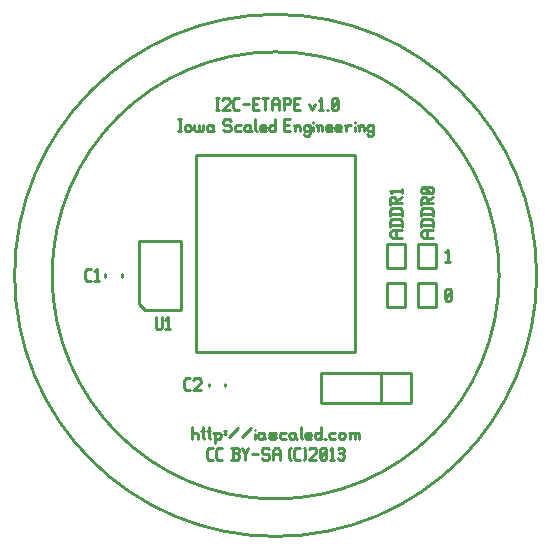
<source format=gbr>
G04 start of page 8 for group -4079 idx -4079 *
G04 Title: (unknown), topsilk *
G04 Creator: pcb 20110918 *
G04 CreationDate: Wed 06 Feb 2013 04:02:48 AM GMT UTC *
G04 For: railfan *
G04 Format: Gerber/RS-274X *
G04 PCB-Dimensions: 175000 175000 *
G04 PCB-Coordinate-Origin: lower left *
%MOIN*%
%FSLAX25Y25*%
%LNTOPSILK*%
%ADD50C,0.0100*%
G54D50*X500Y87500D02*G75*G03X500Y87500I87000J0D01*G01*
X13000Y87500D02*G75*G03X13000Y87500I74500J0D01*G01*
X144000Y95200D02*X144800Y96000D01*
Y92000D01*
X144000D02*X145500D01*
X144000Y79500D02*X144500Y79000D01*
X144000Y82500D02*Y79500D01*
Y82500D02*X144500Y83000D01*
X145500D01*
X146000Y82500D01*
Y79500D01*
X145500Y79000D02*X146000Y79500D01*
X144500Y79000D02*X145500D01*
X144000Y80000D02*X146000Y82000D01*
X59500Y37000D02*Y33000D01*
Y34500D02*X60000Y35000D01*
X61000D01*
X61500Y34500D01*
Y33000D01*
X63200Y37000D02*Y33500D01*
X63700Y33000D01*
X62700Y35500D02*X63700D01*
X65200Y37000D02*Y33500D01*
X65700Y33000D01*
X64700Y35500D02*X65700D01*
X67200Y34500D02*Y31500D01*
X66700Y35000D02*X67200Y34500D01*
X67700Y35000D01*
X68700D01*
X69200Y34500D01*
Y33500D01*
X68700Y33000D02*X69200Y33500D01*
X67700Y33000D02*X68700D01*
X67200Y33500D02*X67700Y33000D01*
X70400Y35500D02*X70900D01*
X70400Y34500D02*X70900D01*
X72100Y33500D02*X75100Y36500D01*
X76300Y33500D02*X79300Y36500D01*
X80500Y36000D02*Y35900D01*
Y34500D02*Y33000D01*
X83000Y35000D02*X83500Y34500D01*
X82000Y35000D02*X83000D01*
X81500Y34500D02*X82000Y35000D01*
X81500Y34500D02*Y33500D01*
X82000Y33000D01*
X83500Y35000D02*Y33500D01*
X84000Y33000D01*
X82000D02*X83000D01*
X83500Y33500D01*
X85700Y33000D02*X87200D01*
X87700Y33500D01*
X87200Y34000D02*X87700Y33500D01*
X85700Y34000D02*X87200D01*
X85200Y34500D02*X85700Y34000D01*
X85200Y34500D02*X85700Y35000D01*
X87200D01*
X87700Y34500D01*
X85200Y33500D02*X85700Y33000D01*
X89400Y35000D02*X90900D01*
X88900Y34500D02*X89400Y35000D01*
X88900Y34500D02*Y33500D01*
X89400Y33000D01*
X90900D01*
X93600Y35000D02*X94100Y34500D01*
X92600Y35000D02*X93600D01*
X92100Y34500D02*X92600Y35000D01*
X92100Y34500D02*Y33500D01*
X92600Y33000D01*
X94100Y35000D02*Y33500D01*
X94600Y33000D01*
X92600D02*X93600D01*
X94100Y33500D01*
X95800Y37000D02*Y33500D01*
X96300Y33000D01*
X97800D02*X99300D01*
X97300Y33500D02*X97800Y33000D01*
X97300Y34500D02*Y33500D01*
Y34500D02*X97800Y35000D01*
X98800D01*
X99300Y34500D01*
X97300Y34000D02*X99300D01*
Y34500D02*Y34000D01*
X102500Y37000D02*Y33000D01*
X102000D02*X102500Y33500D01*
X101000Y33000D02*X102000D01*
X100500Y33500D02*X101000Y33000D01*
X100500Y34500D02*Y33500D01*
Y34500D02*X101000Y35000D01*
X102000D01*
X102500Y34500D01*
X103700Y33000D02*X104200D01*
X105900Y35000D02*X107400D01*
X105400Y34500D02*X105900Y35000D01*
X105400Y34500D02*Y33500D01*
X105900Y33000D01*
X107400D01*
X108600Y34500D02*Y33500D01*
Y34500D02*X109100Y35000D01*
X110100D01*
X110600Y34500D01*
Y33500D01*
X110100Y33000D02*X110600Y33500D01*
X109100Y33000D02*X110100D01*
X108600Y33500D02*X109100Y33000D01*
X112300Y34500D02*Y33000D01*
Y34500D02*X112800Y35000D01*
X113300D01*
X113800Y34500D01*
Y33000D01*
Y34500D02*X114300Y35000D01*
X114800D01*
X115300Y34500D01*
Y33000D01*
X111800Y35000D02*X112300Y34500D01*
X55000Y139500D02*X56000D01*
X55500D02*Y135500D01*
X55000D02*X56000D01*
X57200Y137000D02*Y136000D01*
Y137000D02*X57700Y137500D01*
X58700D01*
X59200Y137000D01*
Y136000D01*
X58700Y135500D02*X59200Y136000D01*
X57700Y135500D02*X58700D01*
X57200Y136000D02*X57700Y135500D01*
X60400Y137500D02*Y136000D01*
X60900Y135500D01*
X61400D01*
X61900Y136000D01*
Y137500D02*Y136000D01*
X62400Y135500D01*
X62900D01*
X63400Y136000D01*
Y137500D02*Y136000D01*
X66100Y137500D02*X66600Y137000D01*
X65100Y137500D02*X66100D01*
X64600Y137000D02*X65100Y137500D01*
X64600Y137000D02*Y136000D01*
X65100Y135500D01*
X66600Y137500D02*Y136000D01*
X67100Y135500D01*
X65100D02*X66100D01*
X66600Y136000D01*
X72100Y139500D02*X72600Y139000D01*
X70600Y139500D02*X72100D01*
X70100Y139000D02*X70600Y139500D01*
X70100Y139000D02*Y138000D01*
X70600Y137500D01*
X72100D01*
X72600Y137000D01*
Y136000D01*
X72100Y135500D02*X72600Y136000D01*
X70600Y135500D02*X72100D01*
X70100Y136000D02*X70600Y135500D01*
X74300Y137500D02*X75800D01*
X73800Y137000D02*X74300Y137500D01*
X73800Y137000D02*Y136000D01*
X74300Y135500D01*
X75800D01*
X78500Y137500D02*X79000Y137000D01*
X77500Y137500D02*X78500D01*
X77000Y137000D02*X77500Y137500D01*
X77000Y137000D02*Y136000D01*
X77500Y135500D01*
X79000Y137500D02*Y136000D01*
X79500Y135500D01*
X77500D02*X78500D01*
X79000Y136000D01*
X80700Y139500D02*Y136000D01*
X81200Y135500D01*
X82700D02*X84200D01*
X82200Y136000D02*X82700Y135500D01*
X82200Y137000D02*Y136000D01*
Y137000D02*X82700Y137500D01*
X83700D01*
X84200Y137000D01*
X82200Y136500D02*X84200D01*
Y137000D02*Y136500D01*
X87400Y139500D02*Y135500D01*
X86900D02*X87400Y136000D01*
X85900Y135500D02*X86900D01*
X85400Y136000D02*X85900Y135500D01*
X85400Y137000D02*Y136000D01*
Y137000D02*X85900Y137500D01*
X86900D01*
X87400Y137000D01*
X90400Y137700D02*X91900D01*
X90400Y135500D02*X92400D01*
X90400Y139500D02*Y135500D01*
Y139500D02*X92400D01*
X94100Y137000D02*Y135500D01*
Y137000D02*X94600Y137500D01*
X95100D01*
X95600Y137000D01*
Y135500D01*
X93600Y137500D02*X94100Y137000D01*
X98300Y137500D02*X98800Y137000D01*
X97300Y137500D02*X98300D01*
X96800Y137000D02*X97300Y137500D01*
X96800Y137000D02*Y136000D01*
X97300Y135500D01*
X98300D01*
X98800Y136000D01*
X96800Y134500D02*X97300Y134000D01*
X98300D01*
X98800Y134500D01*
Y137500D02*Y134500D01*
X100000Y138500D02*Y138400D01*
Y137000D02*Y135500D01*
X101500Y137000D02*Y135500D01*
Y137000D02*X102000Y137500D01*
X102500D01*
X103000Y137000D01*
Y135500D01*
X101000Y137500D02*X101500Y137000D01*
X104700Y135500D02*X106200D01*
X104200Y136000D02*X104700Y135500D01*
X104200Y137000D02*Y136000D01*
Y137000D02*X104700Y137500D01*
X105700D01*
X106200Y137000D01*
X104200Y136500D02*X106200D01*
Y137000D02*Y136500D01*
X107900Y135500D02*X109400D01*
X107400Y136000D02*X107900Y135500D01*
X107400Y137000D02*Y136000D01*
Y137000D02*X107900Y137500D01*
X108900D01*
X109400Y137000D01*
X107400Y136500D02*X109400D01*
Y137000D02*Y136500D01*
X111100Y137000D02*Y135500D01*
Y137000D02*X111600Y137500D01*
X112600D01*
X110600D02*X111100Y137000D01*
X113800Y138500D02*Y138400D01*
Y137000D02*Y135500D01*
X115300Y137000D02*Y135500D01*
Y137000D02*X115800Y137500D01*
X116300D01*
X116800Y137000D01*
Y135500D01*
X114800Y137500D02*X115300Y137000D01*
X119500Y137500D02*X120000Y137000D01*
X118500Y137500D02*X119500D01*
X118000Y137000D02*X118500Y137500D01*
X118000Y137000D02*Y136000D01*
X118500Y135500D01*
X119500D01*
X120000Y136000D01*
X118000Y134500D02*X118500Y134000D01*
X119500D01*
X120000Y134500D01*
Y137500D02*Y134500D01*
X67500Y146500D02*X68500D01*
X68000D02*Y142500D01*
X67500D02*X68500D01*
X69700Y146000D02*X70200Y146500D01*
X71700D01*
X72200Y146000D01*
Y145000D01*
X69700Y142500D02*X72200Y145000D01*
X69700Y142500D02*X72200D01*
X74100D02*X75400D01*
X73400Y143200D02*X74100Y142500D01*
X73400Y145800D02*Y143200D01*
Y145800D02*X74100Y146500D01*
X75400D01*
X76600Y144500D02*X78600D01*
X79800Y144700D02*X81300D01*
X79800Y142500D02*X81800D01*
X79800Y146500D02*Y142500D01*
Y146500D02*X81800D01*
X83000D02*X85000D01*
X84000D02*Y142500D01*
X86200Y145500D02*Y142500D01*
Y145500D02*X86900Y146500D01*
X88000D01*
X88700Y145500D01*
Y142500D01*
X86200Y144500D02*X88700D01*
X90400Y146500D02*Y142500D01*
X89900Y146500D02*X91900D01*
X92400Y146000D01*
Y145000D01*
X91900Y144500D02*X92400Y145000D01*
X90400Y144500D02*X91900D01*
X93600Y144700D02*X95100D01*
X93600Y142500D02*X95600D01*
X93600Y146500D02*Y142500D01*
Y146500D02*X95600D01*
X98600Y144500D02*X99600Y142500D01*
X100600Y144500D02*X99600Y142500D01*
X101800Y145700D02*X102600Y146500D01*
Y142500D01*
X101800D02*X103300D01*
X104500D02*X105000D01*
X106200Y143000D02*X106700Y142500D01*
X106200Y146000D02*Y143000D01*
Y146000D02*X106700Y146500D01*
X107700D01*
X108200Y146000D01*
Y143000D01*
X107700Y142500D02*X108200Y143000D01*
X106700Y142500D02*X107700D01*
X106200Y143500D02*X108200Y145500D01*
X137000Y100000D02*X140000D01*
X137000D02*X136000Y100700D01*
Y101800D02*Y100700D01*
Y101800D02*X137000Y102500D01*
X140000D01*
X138000D02*Y100000D01*
X136000Y104200D02*X140000D01*
X136000Y105500D02*X136700Y106200D01*
X139300D01*
X140000Y105500D02*X139300Y106200D01*
X140000Y105500D02*Y103700D01*
X136000Y105500D02*Y103700D01*
Y107900D02*X140000D01*
X136000Y109200D02*X136700Y109900D01*
X139300D01*
X140000Y109200D02*X139300Y109900D01*
X140000Y109200D02*Y107400D01*
X136000Y109200D02*Y107400D01*
Y113100D02*Y111100D01*
Y113100D02*X136500Y113600D01*
X137500D01*
X138000Y113100D02*X137500Y113600D01*
X138000Y113100D02*Y111600D01*
X136000D02*X140000D01*
X138000Y112400D02*X140000Y113600D01*
X139500Y114800D02*X140000Y115300D01*
X136500Y114800D02*X139500D01*
X136500D02*X136000Y115300D01*
Y116300D02*Y115300D01*
Y116300D02*X136500Y116800D01*
X139500D01*
X140000Y116300D02*X139500Y116800D01*
X140000Y116300D02*Y115300D01*
X139000Y114800D02*X137000Y116800D01*
X126500Y100000D02*X129500D01*
X126500D02*X125500Y100700D01*
Y101800D02*Y100700D01*
Y101800D02*X126500Y102500D01*
X129500D01*
X127500D02*Y100000D01*
X125500Y104200D02*X129500D01*
X125500Y105500D02*X126200Y106200D01*
X128800D01*
X129500Y105500D02*X128800Y106200D01*
X129500Y105500D02*Y103700D01*
X125500Y105500D02*Y103700D01*
Y107900D02*X129500D01*
X125500Y109200D02*X126200Y109900D01*
X128800D01*
X129500Y109200D02*X128800Y109900D01*
X129500Y109200D02*Y107400D01*
X125500Y109200D02*Y107400D01*
Y113100D02*Y111100D01*
Y113100D02*X126000Y113600D01*
X127000D01*
X127500Y113100D02*X127000Y113600D01*
X127500Y113100D02*Y111600D01*
X125500D02*X129500D01*
X127500Y112400D02*X129500Y113600D01*
X126300Y114800D02*X125500Y115600D01*
X129500D01*
Y116300D02*Y114800D01*
X65200Y26000D02*X66500D01*
X64500Y26700D02*X65200Y26000D01*
X64500Y29300D02*Y26700D01*
Y29300D02*X65200Y30000D01*
X66500D01*
X68400Y26000D02*X69700D01*
X67700Y26700D02*X68400Y26000D01*
X67700Y29300D02*Y26700D01*
Y29300D02*X68400Y30000D01*
X69700D01*
X72700Y26000D02*X74700D01*
X75200Y26500D01*
Y27700D02*Y26500D01*
X74700Y28200D02*X75200Y27700D01*
X73200Y28200D02*X74700D01*
X73200Y30000D02*Y26000D01*
X72700Y30000D02*X74700D01*
X75200Y29500D01*
Y28700D01*
X74700Y28200D02*X75200Y28700D01*
X76400Y30000D02*X77400Y28000D01*
X78400Y30000D01*
X77400Y28000D02*Y26000D01*
X79600Y28000D02*X81600D01*
X84800Y30000D02*X85300Y29500D01*
X83300Y30000D02*X84800D01*
X82800Y29500D02*X83300Y30000D01*
X82800Y29500D02*Y28500D01*
X83300Y28000D01*
X84800D01*
X85300Y27500D01*
Y26500D01*
X84800Y26000D02*X85300Y26500D01*
X83300Y26000D02*X84800D01*
X82800Y26500D02*X83300Y26000D01*
X86500Y29000D02*Y26000D01*
Y29000D02*X87200Y30000D01*
X88300D01*
X89000Y29000D01*
Y26000D01*
X86500Y28000D02*X89000D01*
X92000Y26500D02*X92500Y26000D01*
X92000Y29500D02*X92500Y30000D01*
X92000Y29500D02*Y26500D01*
X94400Y26000D02*X95700D01*
X93700Y26700D02*X94400Y26000D01*
X93700Y29300D02*Y26700D01*
Y29300D02*X94400Y30000D01*
X95700D01*
X96900D02*X97400Y29500D01*
Y26500D01*
X96900Y26000D02*X97400Y26500D01*
X98600Y29500D02*X99100Y30000D01*
X100600D01*
X101100Y29500D01*
Y28500D01*
X98600Y26000D02*X101100Y28500D01*
X98600Y26000D02*X101100D01*
X102300Y26500D02*X102800Y26000D01*
X102300Y29500D02*Y26500D01*
Y29500D02*X102800Y30000D01*
X103800D01*
X104300Y29500D01*
Y26500D01*
X103800Y26000D02*X104300Y26500D01*
X102800Y26000D02*X103800D01*
X102300Y27000D02*X104300Y29000D01*
X105500Y29200D02*X106300Y30000D01*
Y26000D01*
X105500D02*X107000D01*
X108200Y29500D02*X108700Y30000D01*
X109700D01*
X110200Y29500D01*
X109700Y26000D02*X110200Y26500D01*
X108700Y26000D02*X109700D01*
X108200Y26500D02*X108700Y26000D01*
Y28200D02*X109700D01*
X110200Y29500D02*Y28700D01*
Y27700D02*Y26500D01*
Y27700D02*X109700Y28200D01*
X110200Y28700D02*X109700Y28200D01*
X61000Y127500D02*Y62000D01*
X114000Y127500D02*Y62000D01*
X61000D02*X114000D01*
X61000Y127500D02*X114000D01*
X124500Y97984D02*Y89984D01*
X130500Y97984D02*Y89984D01*
X124500Y97984D02*X130500D01*
X124500Y89984D02*X130500D01*
Y85016D02*Y77016D01*
X124500Y85016D02*Y77016D01*
X130500D01*
X124500Y85016D02*X130500D01*
X65245Y51393D02*Y50607D01*
X70755Y51393D02*Y50607D01*
X44000Y76004D02*X42000Y78004D01*
X56000Y98996D02*Y76004D01*
X44000D02*X56000D01*
X42000Y98996D02*Y78004D01*
Y98996D02*X56000D01*
X36212Y87893D02*Y87107D01*
X30702Y87893D02*Y87107D01*
X135000Y97984D02*Y89984D01*
X141000Y97984D02*Y89984D01*
X135000Y97984D02*X141000D01*
X135000Y89984D02*X141000D01*
Y84984D02*Y76984D01*
X135000Y84984D02*Y76984D01*
X141000D01*
X135000Y84984D02*X141000D01*
X102500Y55000D02*X132500D01*
X102500D02*Y45000D01*
X132500D01*
Y55000D02*Y45000D01*
X122500Y55000D02*Y45000D01*
X132500D01*
X57550Y49150D02*X58850D01*
X56850Y49850D02*X57550Y49150D01*
X56850Y52450D02*Y49850D01*
Y52450D02*X57550Y53150D01*
X58850D01*
X60050Y52650D02*X60550Y53150D01*
X62050D01*
X62550Y52650D01*
Y51650D01*
X60050Y49150D02*X62550Y51650D01*
X60050Y49150D02*X62550D01*
X47504Y73500D02*Y70000D01*
X48004Y69500D01*
X49004D01*
X49504Y70000D01*
Y73500D02*Y70000D01*
X50704Y72700D02*X51504Y73500D01*
Y69500D01*
X50704D02*X52204D01*
X24550Y85607D02*X25850D01*
X23850Y86307D02*X24550Y85607D01*
X23850Y88907D02*Y86307D01*
Y88907D02*X24550Y89607D01*
X25850D01*
X27050Y88807D02*X27850Y89607D01*
Y85607D01*
X27050D02*X28550D01*
M02*

</source>
